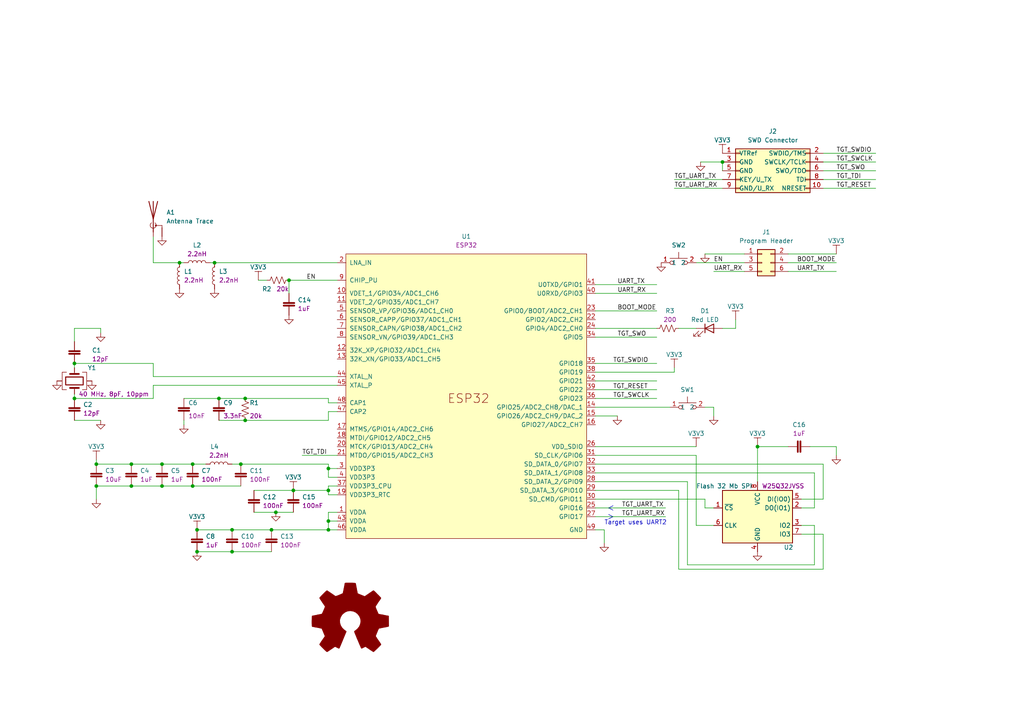
<source format=kicad_sch>
(kicad_sch (version 20211123) (generator eeschema)
  (paper "A4")
  (title_block (date "2022-08-26"))
  (lib_symbols
    (symbol "Cap 12pF 0402_1" (pin_numbers hide) (pin_names (offset 0.254))
      (property "Reference" "C" (at 2.54 3.81 90))
      (property "Val" "12pF" (at 2.54 -5.08 90))
      (symbol "Cap 12pF 0402_1_1_1"
        (pin passive line (at 0 3.81 270) (length 2.794) (name "~") (number "1"))
        (pin passive line (at 0 -2.54 90) (length 2.54) (name "~") (number "2"))
      )
    )
    (symbol "Farpatch-Lite:Antenna Trace" (pin_numbers hide) (pin_names (offset 1.016) hide) (in_bom no)
      (property "Reference" "A" (at -1.905 4.445 0))
      (property "Value" "Antenna Trace" (at -1.905 2.54 0))
      (symbol "Antenna Trace_1_1"
        (pin input line (at 0 -5.08 90) (length 2.54) (name "A") (number "1"))
        (pin input line (at 2.54 -5.08 90) (length 2.54) (name "Shield") (number "2"))
      )
    )
    (symbol "Farpatch-Lite:Cap 100nF 0402" (pin_numbers hide) (pin_names (offset 0.254))
      (property "Reference" "C" (at 2.54 3.81 90))
      (property "Val" "100nF" (at 2.54 -5.08 90))
      (symbol "Cap 100nF 0402_1_1"
        (pin passive line (at 0 3.81 270) (length 2.794) (name "~") (number "1"))
        (pin passive line (at 0 -2.54 90) (length 2.54) (name "~") (number "2"))
      )
    )
    (symbol "Farpatch-Lite:Cap 10nF 0402" (pin_numbers hide) (pin_names (offset 0.254))
      (property "Reference" "C" (at 2.54 3.81 90))
      (property "Val" "10nF" (at 2.54 -5.08 90))
      (symbol "Cap 10nF 0402_1_1"
        (pin passive line (at 0 3.81 270) (length 2.794) (name "~") (number "1"))
        (pin passive line (at 0 -2.54 90) (length 2.54) (name "~") (number "2"))
      )
    )
    (symbol "Farpatch-Lite:Cap 10uF 0402" (pin_numbers hide) (pin_names (offset 0.254))
      (property "Reference" "C" (at 2.54 3.81 90))
      (property "Val" "10uF" (at 2.54 -5.08 90))
      (symbol "Cap 10uF 0402_1_1"
        (pin passive line (at 0 3.81 270) (length 2.794) (name "~") (number "1"))
        (pin passive line (at 0 -2.54 90) (length 2.54) (name "~") (number "2"))
      )
    )
    (symbol "Farpatch-Lite:Cap 12pF 0402" (pin_numbers hide) (pin_names (offset 0.254))
      (property "Reference" "C" (at 2.54 3.81 90))
      (property "Val" "12pF" (at 2.54 -5.08 90))
      (symbol "Cap 12pF 0402_1_1"
        (pin passive line (at 0 3.81 270) (length 2.794) (name "~") (number "1"))
        (pin passive line (at 0 -2.54 90) (length 2.54) (name "~") (number "2"))
      )
    )
    (symbol "Farpatch-Lite:Cap 1uF 0402" (pin_numbers hide) (pin_names (offset 0.254))
      (property "Reference" "C" (at 2.54 3.81 90))
      (property "Val" "1uF" (at 2.54 -5.08 90))
      (symbol "Cap 1uF 0402_1_1"
        (pin passive line (at 0 3.81 270) (length 2.794) (name "~") (number "1"))
        (pin passive line (at 0 -2.54 90) (length 2.54) (name "~") (number "2"))
      )
    )
    (symbol "Farpatch-Lite:Cap 3.3nF 0402" (pin_numbers hide) (pin_names (offset 0.254))
      (property "Reference" "C" (at 2.54 3.81 90))
      (property "Val" "3.3nF" (at 2.54 -5.08 90))
      (symbol "Cap 3.3nF 0402_1_1"
        (pin passive line (at 0 3.81 270) (length 2.794) (name "~") (number "1"))
        (pin passive line (at 0 -2.54 90) (length 2.54) (name "~") (number "2"))
      )
    )
    (symbol "Farpatch-Lite:Crystal 40MHz" (pin_numbers hide) (pin_names (offset 1.016) hide)
      (property "Reference" "Y" (at 3.175 5.08 0))
      (property "Val" "40 MHz, 8pF, 10ppm" (at 12.7 -5.08 0))
      (symbol "Crystal 40MHz_1_1"
        (pin passive line (at -3.81 0 0) (length 1.27) (name "1") (number "1"))
        (pin passive line (at 0 5.08 270) (length 1.27) (name "2") (number "2"))
        (pin passive line (at 3.81 0 180) (length 1.27) (name "3") (number "3"))
        (pin passive line (at 0 -5.08 90) (length 1.27) (name "4") (number "4"))
      )
    )
    (symbol "Farpatch-Lite:Flash 32 Mb SPI"
      (property "Reference" "U" (at -8.89 8.89 0))
      (property "Value" "Flash 32 Mb SPI" (at 7.62 8.89 0))
      (property "Val" "W25Q32JVSS" (at 0 0 0))
      (symbol "Flash 32 Mb SPI_1_1"
        (pin input line (at -12.7 2.54 0) (length 2.54) (name "~{CS}") (number "1"))
        (pin bidirectional line (at 12.7 2.54 180) (length 2.54) (name "DO(IO1)") (number "2"))
        (pin bidirectional line (at 12.7 -2.54 180) (length 2.54) (name "IO2") (number "3"))
        (pin power_in line (at 0 -10.16 90) (length 2.54) (name "GND") (number "4"))
        (pin bidirectional line (at 12.7 5.08 180) (length 2.54) (name "DI(IO0)") (number "5"))
        (pin input line (at -12.7 -2.54 0) (length 2.54) (name "CLK") (number "6"))
        (pin bidirectional line (at 12.7 -5.08 180) (length 2.54) (name "IO3") (number "7"))
        (pin power_in line (at 0 10.16 270) (length 2.54) (name "VCC") (number "8"))
      )
    )
    (symbol "Farpatch-Lite:Ind 2.2nH 0402" (pin_numbers hide) (pin_names (offset 1.016) hide)
      (property "Reference" "L" (at -1.27 0 90))
      (property "Val" "2.2nH" (at 2.54 0 90))
      (symbol "Ind 2.2nH 0402_1_1"
        (pin passive line (at 0 3.81 270) (length 1.27) (name "1") (number "1"))
        (pin passive line (at 0 -3.81 90) (length 1.27) (name "2") (number "2"))
      )
    )
    (symbol "Farpatch-Lite:Program Header" (pin_names (offset 1.016) hide) (in_bom no)
      (property "Reference" "J" (at 1.27 5.08 0))
      (property "Value" "Program Header" (at 1.27 -5.08 0))
      (symbol "Program Header_1_1"
        (pin passive line (at -5.08 2.54 0) (length 3.81) (name "Pin_1") (number "1"))
        (pin passive line (at 7.62 2.54 180) (length 3.81) (name "Pin_2") (number "2"))
        (pin passive line (at -5.08 0 0) (length 3.81) (name "Pin_3") (number "3"))
        (pin passive line (at 7.62 0 180) (length 3.81) (name "Pin_4") (number "4"))
        (pin passive line (at -5.08 -2.54 0) (length 3.81) (name "Pin_5") (number "5"))
        (pin passive line (at 7.62 -2.54 180) (length 3.81) (name "Pin_6") (number "6"))
      )
    )
    (symbol "Farpatch-Lite:Pushbutton 2.1x1.6mm"
      (property "Reference" "SW" (at 3.81 3.81 0))
      (symbol "Pushbutton 2.1x1.6mm_0_1"
        (pin passive line (at -5.08 0 0) (length 2.54) (name "1") (number "1"))
        (pin passive line (at 5.08 0 180) (length 2.54) (name "2") (number "2"))
      )
    )
    (symbol "Farpatch-Lite:Red LED" (pin_numbers hide) (pin_names (offset 1.016) hide)
      (property "Reference" "D" (at 0 2.54 0))
      (property "Value" "Red LED" (at 0 -2.54 0))
      (symbol "Red LED_1_1"
        (pin passive line (at -3.81 0 0) (length 2.54) (name "K") (number "1"))
        (pin passive line (at 3.81 0 180) (length 2.54) (name "A") (number "2"))
      )
    )
    (symbol "Farpatch-Lite:Res 200 0402" (pin_numbers hide) (pin_names (offset 0))
      (property "Reference" "R" (at 2.032 0 90))
      (property "Val" "200" (at -2.54 0 90))
      (symbol "Res 200 0402_1_1"
        (pin passive line (at 0 3.81 270) (length 0.85) (name "~") (number "1"))
        (pin passive line (at 0 -2.54 90) (length 0.85) (name "~") (number "2"))
      )
    )
    (symbol "Farpatch-Lite:Res 20k 0402" (pin_numbers hide) (pin_names (offset 0))
      (property "Reference" "R" (at 2.032 0 90))
      (property "Val" "20k" (at -2.54 0 90))
      (symbol "Res 20k 0402_1_1"
        (pin passive line (at 0 2.54 270) (length 0.85) (name "~") (number "1"))
        (pin passive line (at 0 -3.81 90) (length 0.85) (name "~") (number "2"))
      )
    )
    (symbol "Farpatch-Lite:SWD Connector" (pin_names (offset 1.016))
      (property "Reference" "J" (at -8.89 7.62 0))
      (property "Value" "SWD Connector" (at -2.54 -7.62 0))
      (symbol "SWD Connector_1_1"
        (pin power_in line (at -13.97 5.08 0) (length 3.81) (name "VTRef") (number "1"))
        (pin output line (at 15.24 -5.08 180) (length 3.81) (name "NRESET") (number "10"))
        (pin bidirectional line (at 15.24 5.08 180) (length 3.81) (name "SWDIO/TMS") (number "2"))
        (pin power_in line (at -13.97 2.54 0) (length 3.81) (name "GND") (number "3"))
        (pin output line (at 15.24 2.54 180) (length 3.81) (name "SWCLK/TCLK") (number "4"))
        (pin power_in line (at -13.97 0 0) (length 3.81) (name "GND") (number "5"))
        (pin input line (at 15.24 0 180) (length 3.81) (name "SWO/TDO") (number "6"))
        (pin output line (at -13.97 -2.54 0) (length 3.81) (name "KEY/U_TX") (number "7"))
        (pin output line (at 15.24 -2.54 180) (length 3.81) (name "TDI") (number "8"))
        (pin input line (at -13.97 -5.08 0) (length 3.81) (name "GND/U_RX") (number "9"))
      )
    )
    (symbol "Farpatch-Lite:V3V3" (power) (pin_names (offset 0))
      (property "Value" "V3V3" (at 0 3.556 0))
      (symbol "V3V3_1_1"
        (pin power_in line (at 0 0 90) (length 0) hide (name "V3V3") (number "1"))
      )
    )
    (symbol "Farpatch-Lite:‎ESP32-D0WD-V3‎" (pin_names (offset 1.016))
      (property "Reference" "U" (at 0 43.18 0))
      (property "Val" "ESP32" (at 0 0 0))
      (symbol "‎ESP32-D0WD-V3‎_0_0"
        (text "ESP32" (at 1.27 0 0) (effects (font (size 2.54 2.54))))
      )
      (symbol "‎ESP32-D0WD-V3‎_1_1"
        (pin power_in line (at -36.83 -33.02 0) (length 2.54) (name "VDDA") (number "1"))
        (pin input line (at -36.83 30.48 0) (length 2.54) (name "VDET_1/GPIO34/ADC1_CH6") (number "10"))
        (pin input line (at -36.83 27.94 0) (length 2.54) (name "VDET_2/GPIO35/ADC1_CH7") (number "11"))
        (pin bidirectional line (at -36.83 13.97 0) (length 2.54) (name "32K_XP/GPIO32/ADC1_CH4") (number "12"))
        (pin bidirectional line (at -36.83 11.43 0) (length 2.54) (name "32K_XN/GPIO33/ADC1_CH5") (number "13"))
        (pin bidirectional line (at 38.1 -2.54 180) (length 2.54) (name "GPIO25/ADC2_CH8/DAC_1") (number "14"))
        (pin bidirectional line (at 38.1 -5.08 180) (length 2.54) (name "GPIO26/ADC2_CH9/DAC_2") (number "15"))
        (pin bidirectional line (at 38.1 -7.62 180) (length 2.54) (name "GPIO27/ADC2_CH7") (number "16"))
        (pin bidirectional line (at -36.83 -8.89 0) (length 2.54) (name "MTMS/GPIO14/ADC2_CH6") (number "17"))
        (pin bidirectional line (at -36.83 -11.43 0) (length 2.54) (name "MTDI/GPIO12/ADC2_CH5") (number "18"))
        (pin power_in line (at -36.83 -27.94 0) (length 2.54) (name "VDD3P3_RTC") (number "19"))
        (pin bidirectional line (at -36.83 39.37 0) (length 2.54) (name "LNA_IN") (number "2"))
        (pin bidirectional line (at -36.83 -13.97 0) (length 2.54) (name "MTCK/GPIO13/ADC2_CH4") (number "20"))
        (pin bidirectional line (at -36.83 -16.51 0) (length 2.54) (name "MTDO/GPIO15/ADC2_CH3") (number "21"))
        (pin bidirectional line (at 38.1 22.86 180) (length 2.54) (name "GPIO2/ADC2_CH2") (number "22"))
        (pin bidirectional line (at 38.1 25.4 180) (length 2.54) (name "GPIO0/BOOT/ADC2_CH1") (number "23"))
        (pin bidirectional line (at 38.1 20.32 180) (length 2.54) (name "GPIO4/ADC2_CH0") (number "24"))
        (pin bidirectional line (at 38.1 -31.75 180) (length 2.54) (name "GPIO16") (number "25"))
        (pin power_out line (at 38.1 -13.97 180) (length 2.54) (name "VDD_SDIO") (number "26"))
        (pin bidirectional line (at 38.1 -34.29 180) (length 2.54) (name "GPIO17") (number "27"))
        (pin bidirectional line (at 38.1 -24.13 180) (length 2.54) (name "SD_DATA_2/GPIO9") (number "28"))
        (pin bidirectional line (at 38.1 -26.67 180) (length 2.54) (name "SD_DATA_3/GPIO10") (number "29"))
        (pin power_in line (at -36.83 -20.32 0) (length 2.54) (name "VDD3P3") (number "3"))
        (pin bidirectional line (at 38.1 -29.21 180) (length 2.54) (name "SD_CMD/GPIO11") (number "30"))
        (pin bidirectional line (at 38.1 -16.51 180) (length 2.54) (name "SD_CLK/GPIO6") (number "31"))
        (pin bidirectional line (at 38.1 -19.05 180) (length 2.54) (name "SD_DATA_0/GPIO7") (number "32"))
        (pin bidirectional line (at 38.1 -21.59 180) (length 2.54) (name "SD_DATA_1/GPIO8") (number "33"))
        (pin bidirectional line (at 38.1 17.78 180) (length 2.54) (name "GPIO5") (number "34"))
        (pin bidirectional line (at 38.1 10.16 180) (length 2.54) (name "GPIO18") (number "35"))
        (pin bidirectional line (at 38.1 0 180) (length 2.54) (name "GPIO23") (number "36"))
        (pin power_in line (at -36.83 -25.4 0) (length 2.54) (name "VDD3P3_CPU") (number "37"))
        (pin bidirectional line (at 38.1 7.62 180) (length 2.54) (name "GPIO19") (number "38"))
        (pin bidirectional line (at 38.1 2.54 180) (length 2.54) (name "GPIO22") (number "39"))
        (pin power_in line (at -36.83 -22.86 0) (length 2.54) (name "VDD3P3") (number "4"))
        (pin bidirectional line (at 38.1 30.48 180) (length 2.54) (name "U0RXD/GPIO3") (number "40"))
        (pin bidirectional line (at 38.1 33.02 180) (length 2.54) (name "U0TXD/GPIO1") (number "41"))
        (pin bidirectional line (at 38.1 5.08 180) (length 2.54) (name "GPIO21") (number "42"))
        (pin power_in line (at -36.83 -35.56 0) (length 2.54) (name "VDDA") (number "43"))
        (pin output line (at -36.83 6.35 0) (length 2.54) (name "XTAL_N") (number "44"))
        (pin input line (at -36.83 3.81 0) (length 2.54) (name "XTAL_P") (number "45"))
        (pin power_in line (at -36.83 -38.1 0) (length 2.54) (name "VDDA") (number "46"))
        (pin input line (at -36.83 -3.81 0) (length 2.54) (name "CAP2") (number "47"))
        (pin input line (at -36.83 -1.27 0) (length 2.54) (name "CAP1") (number "48"))
        (pin power_in line (at 38.1 -38.1 180) (length 2.54) (name "GND") (number "49"))
        (pin input line (at -36.83 25.4 0) (length 2.54) (name "SENSOR_VP/GPIO36/ADC1_CH0") (number "5"))
        (pin input line (at -36.83 22.86 0) (length 2.54) (name "SENSOR_CAPP/GPIO37/ADC1_CH1") (number "6"))
        (pin input line (at -36.83 20.32 0) (length 2.54) (name "SENSOR_CAPN/GPIO38/ADC1_CH2") (number "7"))
        (pin input line (at -36.83 17.78 0) (length 2.54) (name "SENSOR_VN/GPIO39/ADC1_CH3") (number "8"))
        (pin input line (at -36.83 34.29 0) (length 2.54) (name "CHIP_PU") (number "9"))
      )
    )
    (symbol "Graphic:Logo_Open_Hardware_Large" (pin_names (offset 1.016)))
    (symbol "Res 20k 0402_1" (pin_numbers hide) (pin_names (offset 0))
      (property "Reference" "R" (at 2.032 0 90))
      (property "Val" "20k" (at -2.54 0 90))
      (symbol "Res 20k 0402_1_1_1"
        (pin passive line (at 0 2.54 270) (length 0.85) (name "~") (number "1"))
        (pin passive line (at 0 -3.81 90) (length 0.85) (name "~") (number "2"))
      )
    )
    (symbol "power:GND" (power) (pin_names (offset 0))
      (property "Value" "GND" (at 0 -3.81 0))
      (symbol "GND_1_1"
        (pin power_in line (at 0 0 270) (length 0) hide (name "GND") (number "1"))
      )
    )
  )
  (junction (at 95.25 135.89))
  (junction (at 62.23 76.2))
  (junction (at 55.88 140.97))
  (junction (at 95.25 142.24))
  (junction (at 38.1 140.97))
  (junction (at 63.5 115.57))
  (junction (at 57.15 160.02))
  (junction (at 21.59 105.41))
  (junction (at 71.12 115.57))
  (junction (at 219.71 129.54))
  (junction (at 95.25 151.13))
  (junction (at 67.31 153.67))
  (junction (at 57.15 153.67))
  (junction (at 52.07 76.2))
  (junction (at 55.88 134.62))
  (junction (at 78.74 153.67))
  (junction (at 80.01 148.59))
  (junction (at 46.99 140.97))
  (junction (at 83.82 81.28))
  (junction (at 69.85 134.62))
  (junction (at 95.25 153.67))
  (junction (at 27.94 140.97))
  (junction (at 209.55 46.99))
  (junction (at 46.99 134.62))
  (junction (at 21.59 115.57))
  (junction (at 38.1 134.62))
  (junction (at 85.09 142.24))
  (junction (at 67.31 160.02))
  (junction (at 27.94 134.62))
  (junction (at 71.12 121.92))
  (wire (pts (xy 80.01 148.59) (xy 85.09 148.59)))
  (wire (pts (xy 73.66 148.59) (xy 80.01 148.59)))
  (wire (pts (xy 97.79 109.22) (xy 44.45 109.22)))
  (wire (pts (xy 44.45 109.22) (xy 44.45 105.41)))
  (wire (pts (xy 21.59 105.41) (xy 21.59 106.68)))
  (wire (pts (xy 172.72 107.95) (xy 195.58 107.95)))
  (wire (pts (xy 83.82 81.28) (xy 83.82 85.09)))
  (wire (pts (xy 201.93 76.2) (xy 215.9 76.2)))
  (wire (pts (xy 232.41 154.94) (xy 238.76 154.94)))
  (wire (pts (xy 172.72 132.08) (xy 201.93 132.08)))
  (wire (pts (xy 201.93 152.4) (xy 201.93 132.08)))
  (wire (pts (xy 207.01 152.4) (xy 201.93 152.4)))
  (wire (pts (xy 172.72 149.86) (xy 193.04 149.86)))
  (wire (pts (xy 172.72 139.7) (xy 199.39 139.7)))
  (wire (pts (xy 95.25 143.51) (xy 97.79 143.51)))
  (wire (pts (xy 46.99 134.62) (xy 55.88 134.62)))
  (wire (pts (xy 55.88 134.62) (xy 59.69 134.62)))
  (wire (pts (xy 27.94 134.62) (xy 38.1 134.62)))
  (wire (pts (xy 27.94 133.35) (xy 27.94 134.62)))
  (wire (pts (xy 172.72 97.79) (xy 190.5 97.79)))
  (polyline (pts (xy 177.8 149.86) (xy 176.53 149.225)) (stroke (width 0) (type solid)))
  (wire (pts (xy 172.72 82.55) (xy 190.5 82.55)))
  (wire (pts (xy 172.72 144.78) (xy 204.47 144.78)))
  (wire (pts (xy 95.25 115.57) (xy 95.25 116.84)))
  (wire (pts (xy 172.72 110.49) (xy 190.5 110.49)))
  (wire (pts (xy 195.58 52.07) (xy 209.55 52.07)))
  (wire (pts (xy 57.15 153.67) (xy 67.31 153.67)))
  (wire (pts (xy 78.74 153.67) (xy 95.25 153.67)))
  (wire (pts (xy 95.25 148.59) (xy 97.79 148.59)))
  (wire (pts (xy 67.31 153.67) (xy 78.74 153.67)))
  (wire (pts (xy 87.63 132.08) (xy 97.79 132.08)))
  (wire (pts (xy 204.47 73.66) (xy 215.9 73.66)))
  (wire (pts (xy 172.72 113.03) (xy 190.5 113.03)))
  (wire (pts (xy 62.23 76.2) (xy 97.79 76.2)))
  (wire (pts (xy 60.96 76.2) (xy 62.23 76.2)))
  (wire (pts (xy 172.72 115.57) (xy 190.5 115.57)))
  (wire (pts (xy 57.15 160.02) (xy 67.31 160.02)))
  (wire (pts (xy 67.31 160.02) (xy 78.74 160.02)))
  (wire (pts (xy 196.85 95.25) (xy 201.93 95.25)))
  (wire (pts (xy 71.12 121.92) (xy 63.5 121.92)))
  (wire (pts (xy 95.25 121.92) (xy 71.12 121.92)))
  (wire (pts (xy 95.25 119.38) (xy 95.25 121.92)))
  (wire (pts (xy 74.93 81.28) (xy 77.47 81.28)))
  (wire (pts (xy 207.01 78.74) (xy 215.9 78.74)))
  (wire (pts (xy 172.72 142.24) (xy 196.85 142.24)))
  (wire (pts (xy 199.39 163.83) (xy 199.39 139.7)))
  (wire (pts (xy 236.22 152.4) (xy 236.22 163.83)))
  (wire (pts (xy 236.22 163.83) (xy 199.39 163.83)))
  (wire (pts (xy 242.57 129.54) (xy 234.95 129.54)))
  (wire (pts (xy 172.72 90.17) (xy 190.5 90.17)))
  (wire (pts (xy 44.45 68.58) (xy 44.45 76.2)))
  (wire (pts (xy 52.07 76.2) (xy 44.45 76.2)))
  (wire (pts (xy 53.34 76.2) (xy 52.07 76.2)))
  (wire (pts (xy 95.25 140.97) (xy 97.79 140.97)))
  (wire (pts (xy 95.25 142.24) (xy 95.25 140.97)))
  (wire (pts (xy 172.72 137.16) (xy 236.22 137.16)))
  (wire (pts (xy 236.22 137.16) (xy 236.22 147.32)))
  (wire (pts (xy 219.71 129.54) (xy 228.6 129.54)))
  (wire (pts (xy 95.25 151.13) (xy 95.25 148.59)))
  (wire (pts (xy 95.25 153.67) (xy 95.25 151.13)))
  (wire (pts (xy 172.72 147.32) (xy 193.04 147.32)))
  (wire (pts (xy 196.85 142.24) (xy 196.85 165.1)))
  (wire (pts (xy 238.76 165.1) (xy 238.76 154.94)))
  (wire (pts (xy 196.85 165.1) (xy 238.76 165.1)))
  (wire (pts (xy 95.25 116.84) (xy 97.79 116.84)))
  (polyline (pts (xy 176.53 150.495) (xy 177.8 149.86)) (stroke (width 0) (type solid)))
  (wire (pts (xy 172.72 118.11) (xy 194.31 118.11)))
  (wire (pts (xy 228.6 76.2) (xy 242.57 76.2)))
  (wire (pts (xy 238.76 49.53) (xy 254 49.53)))
  (wire (pts (xy 232.41 152.4) (xy 236.22 152.4)))
  (wire (pts (xy 29.21 95.25) (xy 29.21 96.52)))
  (wire (pts (xy 21.59 95.25) (xy 29.21 95.25)))
  (wire (pts (xy 21.59 99.06) (xy 21.59 95.25)))
  (wire (pts (xy 242.57 129.54) (xy 242.57 132.08)))
  (wire (pts (xy 238.76 46.99) (xy 254 46.99)))
  (polyline (pts (xy 177.8 146.685) (xy 176.53 147.32)) (stroke (width 0) (type solid)))
  (wire (pts (xy 27.94 140.97) (xy 27.94 144.78)))
  (wire (pts (xy 238.76 44.45) (xy 254 44.45)))
  (wire (pts (xy 71.12 115.57) (xy 95.25 115.57)))
  (wire (pts (xy 95.25 134.62) (xy 95.25 135.89)))
  (wire (pts (xy 95.25 135.89) (xy 97.79 135.89)))
  (wire (pts (xy 69.85 134.62) (xy 95.25 134.62)))
  (wire (pts (xy 172.72 120.65) (xy 179.07 120.65)))
  (wire (pts (xy 232.41 144.78) (xy 238.76 144.78)))
  (wire (pts (xy 69.85 134.62) (xy 67.31 134.62)))
  (wire (pts (xy 204.47 147.32) (xy 207.01 147.32)))
  (wire (pts (xy 95.25 119.38) (xy 97.79 119.38)))
  (wire (pts (xy 95.25 138.43) (xy 97.79 138.43)))
  (wire (pts (xy 95.25 135.89) (xy 95.25 138.43)))
  (wire (pts (xy 238.76 54.61) (xy 254 54.61)))
  (wire (pts (xy 83.82 81.28) (xy 97.79 81.28)))
  (wire (pts (xy 21.59 115.57) (xy 44.45 115.57)))
  (wire (pts (xy 21.59 105.41) (xy 44.45 105.41)))
  (wire (pts (xy 204.47 144.78) (xy 204.47 147.32)))
  (wire (pts (xy 95.25 153.67) (xy 97.79 153.67)))
  (polyline (pts (xy 176.53 147.32) (xy 177.8 147.955)) (stroke (width 0) (type solid)))
  (wire (pts (xy 95.25 151.13) (xy 97.79 151.13)))
  (wire (pts (xy 203.2 46.99) (xy 209.55 46.99)))
  (wire (pts (xy 195.58 54.61) (xy 209.55 54.61)))
  (wire (pts (xy 195.58 106.68) (xy 195.58 107.95)))
  (wire (pts (xy 236.22 147.32) (xy 232.41 147.32)))
  (wire (pts (xy 63.5 115.57) (xy 71.12 115.57)))
  (wire (pts (xy 63.5 115.57) (xy 53.34 115.57)))
  (wire (pts (xy 238.76 52.07) (xy 254 52.07)))
  (wire (pts (xy 172.72 129.54) (xy 201.93 129.54)))
  (wire (pts (xy 172.72 95.25) (xy 190.5 95.25)))
  (wire (pts (xy 228.6 73.66) (xy 242.57 73.66)))
  (wire (pts (xy 209.55 95.25) (xy 213.36 95.25)))
  (wire (pts (xy 213.36 95.25) (xy 213.36 92.71)))
  (wire (pts (xy 53.34 123.19) (xy 53.34 121.92)))
  (wire (pts (xy 228.6 78.74) (xy 242.57 78.74)))
  (wire (pts (xy 46.99 140.97) (xy 55.88 140.97)))
  (wire (pts (xy 55.88 140.97) (xy 69.85 140.97)))
  (wire (pts (xy 38.1 140.97) (xy 46.99 140.97)))
  (wire (pts (xy 27.94 140.97) (xy 38.1 140.97)))
  (wire (pts (xy 207.01 118.11) (xy 207.01 120.65)))
  (wire (pts (xy 204.47 118.11) (xy 207.01 118.11)))
  (wire (pts (xy 175.26 153.67) (xy 175.26 157.48)))
  (wire (pts (xy 172.72 153.67) (xy 175.26 153.67)))
  (wire (pts (xy 172.72 85.09) (xy 190.5 85.09)))
  (wire (pts (xy 95.25 142.24) (xy 95.25 143.51)))
  (wire (pts (xy 209.55 46.99) (xy 209.55 49.53)))
  (wire (pts (xy 38.1 134.62) (xy 46.99 134.62)))
  (wire (pts (xy 219.71 129.54) (xy 219.71 139.7)))
  (wire (pts (xy 172.72 134.62) (xy 238.76 134.62)))
  (wire (pts (xy 238.76 134.62) (xy 238.76 144.78)))
  (wire (pts (xy 172.72 105.41) (xy 190.5 105.41)))
  (wire (pts (xy 97.79 111.76) (xy 44.45 111.76)))
  (wire (pts (xy 21.59 115.57) (xy 21.59 114.3)))
  (wire (pts (xy 44.45 111.76) (xy 44.45 115.57)))
  (wire (pts (xy 85.09 142.24) (xy 95.25 142.24)))
  (wire (pts (xy 73.66 142.24) (xy 85.09 142.24)))
  (wire (pts (xy 21.59 121.92) (xy 29.21 121.92)))
  (text "Target uses UART2" (at 175.26 152.4 0) (effects (font (size 1.27 1.27)) (justify left bottom)))
  (label "TGT_RESET" (at 242.57 54.61 0))
  (label "UART_RX" (at 207.01 78.74 0))
  (label "TGT_SWO" (at 242.57 49.53 0))
  (label "TGT_UART_TX" (at 180.34 147.32 0))
  (label "TGT_SWDIO" (at 177.8 105.41 0))
  (label "TGT_SWCLK" (at 177.8 115.57 0))
  (label "TGT_SWCLK" (at 242.57 46.99 0))
  (label "TGT_TDI" (at 87.63 132.08 0))
  (label "TGT_RESET" (at 177.8 113.03 0))
  (label "UART_RX" (at 179.07 85.09 0))
  (label "TGT_UART_RX" (at 180.34 149.86 0))
  (label "UART_TX" (at 179.07 82.55 0))
  (label "TGT_TDI" (at 242.57 52.07 0))
  (label "TGT_UART_RX" (at 195.58 54.61 0))
  (label "EN" (at 88.9 81.28 0))
  (label "BOOT_MODE" (at 179.07 90.17 0))
  (label "TGT_UART_TX" (at 195.58 52.07 0))
  (label "TGT_SWO" (at 179.07 97.79 0))
  (label "BOOT_MODE" (at 231.14 76.2 0))
  (label "EN" (at 207.01 76.2 0))
  (label "UART_TX" (at 231.14 78.74 0))
  (label "TGT_SWDIO" (at 242.57 44.45 0))
  (symbol (lib_id "power:GND") (at 179.07 120.65 0) (unit 1)
    (property "Reference" "#PWR0104" (effects hide))
    (property "Value" "GND" (effects hide))
  )
  (symbol (lib_id "Farpatch-Lite:Crystal 40MHz") (at 21.59 110.49 90) (unit 1)
    (property "Reference" "Y1" (at 26.67 106.68 90))
    (property "Value" "Crystal 40MHz" (effects hide))
    (property "Footprint" "Crystal:Crystal_SMD_2016-4Pin_2.0x1.6mm" (effects hide))
    (property "MFG" "Murata Electronics" (effects hide))
    (property "MFG PN" "XRCGB40M000F1S1BR0" (effects hide))
    (property "Val" "40 MHz, 8pF, 10ppm" (at 33.02 114.3 90))
  )
  (symbol (lib_id "Farpatch-Lite:V3V3") (at 213.36 92.71 0) (unit 1)
    (property "Reference" "#PWR016" (effects hide))
    (property "Value" "V3V3" (at 213.36 88.9 0))
  )
  (symbol (lib_id "Farpatch-Lite:V3V3") (at 27.94 133.35 0) (unit 1)
    (property "Reference" "#PWR03" (effects hide))
    (property "Value" "V3V3" (at 27.94 129.54 0))
  )
  (symbol (lib_id "power:GND") (at 191.77 76.2 0) (unit 1)
    (property "Reference" "#PWR0106" (effects hide))
    (property "Value" "GND" (effects hide))
  )
  (symbol (lib_id "power:GND") (at 80.01 148.59 0) (unit 1)
    (property "Reference" "#PWR012" (effects hide))
    (property "Value" "GND" (effects hide))
  )
  (symbol (lib_id "power:GND") (at 29.21 96.52 0) (unit 1)
    (property "Reference" "#PWR02" (effects hide))
    (property "Value" "GND" (effects hide))
  )
  (symbol (lib_id "Farpatch-Lite:Ind 2.2nH 0402") (at 63.5 134.62 90) (unit 1)
    (property "Reference" "L4" (at 62.23 129.54 90))
    (property "Value" "Ind 2.2nH 0402" (effects hide))
    (property "Footprint" "Inductor_SMD:L_0402_1005Metric" (effects hide))
    (property "MFG" "Chilisin Electronics" (effects hide))
    (property "MFG PN" "‎BSCH001005052N2SCP‎" (effects hide))
    (property "Val" "2.2nH" (at 63.5 132.08 90))
  )
  (symbol (lib_id "power:GND") (at 46.99 68.58 0) (unit 1)
    (property "Reference" "#PWR05" (effects hide))
    (property "Value" "GND" (effects hide))
  )
  (symbol (lib_id "Farpatch-Lite:Res 20k 0402") (at 80.01 81.28 90) (unit 1)
    (property "Reference" "R2" (at 78.74 83.82 90) (effects (justify left)))
    (property "Value" "Res 20k 0402" (effects hide))
    (property "Footprint" "Resistor_SMD:R_0402_1005Metric" (effects hide))
    (property "MFG" "Bourns Inc. " (effects hide))
    (property "MFG PN" "‎CR0402-FX-2002GLF‎" (effects hide))
    (property "Val" "20k" (at 83.82 83.82 90) (effects (justify left)))
  )
  (symbol (lib_id "Farpatch-Lite:Cap 3.3nF 0402") (at 63.5 118.11 180) (unit 1)
    (property "Reference" "C9" (at 64.77 116.84 0) (effects (justify right)))
    (property "Value" "Cap 3.3nF 0402" (effects hide))
    (property "Footprint" "Capacitor_SMD:C_0402_1005Metric" (effects hide))
    (property "MFG" "Würth Elektronik" (effects hide))
    (property "MFG PN" "‎885012205028‎" (effects hide))
    (property "Val" "3.3nF" (at 64.77 120.65 0) (effects (justify right)))
  )
  (symbol (lib_id "Farpatch-Lite:Flash 32 Mb SPI") (at 219.71 149.86 0) (unit 1)
    (property "Reference" "U2" (at 227.33 158.75 0) (effects (justify left)))
    (property "Value" "Flash 32 Mb SPI" (at 201.93 140.97 0) (effects (justify left)))
    (property "Footprint" "Farpatch-Lite:SOIC-8_5.23x5.23mm_P1.27mm" (effects hide))
    (property "Datasheet" "http://www.winbond.com/resource-files/w25q32jv%20revg%2003272018%20plus.pdf" (effects hide))
    (property "MFG" "Winbond Electronics" (effects hide))
    (property "MFG PN" "‎W25Q32JVSSIQ‎" (effects hide))
    (property "Val" "W25Q32JVSS" (at 220.98 140.97 0) (effects (justify left)))
  )
  (symbol (lib_id "Farpatch-Lite:V3V3") (at 85.09 142.24 0) (unit 1)
    (property "Reference" "#PWR014" (effects hide))
    (property "Value" "V3V3" (at 85.09 138.43 0))
  )
  (symbol (lib_id "Farpatch-Lite:Antenna Trace") (at 44.45 63.5 0) (unit 1) (in_bom no)
    (property "Reference" "A1" (at 48.26 61.5949 0) (effects (justify left)))
    (property "Value" "Antenna Trace" (at 48.26 64.1349 0) (effects (justify left)))
    (property "Footprint" "Farpatch-Lite:Texas_SWRA117D_2.4GHz_Left" (effects hide))
    (property "Datasheet" "http://www.ti.com/lit/an/swra117d/swra117d.pdf" (effects hide))
  )
  (symbol (lib_id "Graphic:Logo_Open_Hardware_Large") (at 101.6 180.34 0) (unit 1) (in_bom no)
    (property "Reference" "LOGO1" (effects hide))
    (property "Value" "Logo_Open_Hardware_Large" (effects hide))
    (property "Footprint" "Symbol:OSHW-Logo_5.7x6mm_SilkScreen" (effects hide))
  )
  (symbol (lib_id "power:GND") (at 204.47 73.66 0) (unit 1)
    (property "Reference" "#PWR022" (effects hide))
    (property "Value" "GND" (effects hide))
  )
  (symbol (lib_id "power:GND") (at 53.34 123.19 0) (unit 1)
    (property "Reference" "#PWR07" (effects hide))
    (property "Value" "GND" (effects hide))
  )
  (symbol (lib_id "Farpatch-Lite:V3V3") (at 57.15 153.67 0) (unit 1)
    (property "Reference" "#PWR08" (effects hide))
    (property "Value" "V3V3" (at 57.15 149.86 0))
  )
  (symbol (lib_id "Farpatch-Lite:Cap 100nF 0402") (at 73.66 146.05 0) (unit 1)
    (property "Reference" "C12" (at 76.2 144.1449 0) (effects (justify left)))
    (property "Value" "Cap 100nF 0402" (effects hide))
    (property "Footprint" "Capacitor_SMD:C_0402_1005Metric" (effects hide))
    (property "MFG" "Samsung Electro-Mechanics" (effects hide))
    (property "MFG PN" "‎CL05A104KA5NNNC‎" (effects hide))
    (property "Val" "100nF" (at 76.2 146.6849 0) (effects (justify left)))
  )
  (symbol (lib_id "Farpatch-Lite:Cap 100nF 0402") (at 69.85 138.43 0) (unit 1) (in_bom no)
    (property "Reference" "C11" (at 72.39 136.5249 0) (effects (justify left)))
    (property "Value" "Cap 100nF 0402" (effects hide))
    (property "Footprint" "Capacitor_SMD:C_0402_1005Metric" (effects hide))
    (property "MFG" "Samsung Electro-Mechanics" (effects hide))
    (property "MFG PN" "‎CL05A104KA5NNNC‎" (effects hide))
    (property "Val" "100nF" (at 72.39 139.0649 0) (effects (justify left)))
  )
  (symbol (lib_id "Farpatch-Lite:V3V3") (at 209.55 44.45 0) (unit 1)
    (property "Reference" "#PWR020" (effects hide))
    (property "Value" "V3V3" (at 209.55 40.64 0))
  )
  (symbol (lib_id "Farpatch-Lite:SWD Connector") (at 223.52 49.53 0) (unit 1)
    (property "Reference" "J2" (at 224.155 38.1 0))
    (property "Value" "SWD Connector" (at 224.155 40.64 0))
    (property "Footprint" "Farpatch-Lite:PinHeader_2x05_P1.27mm_Vertical_SMD" (effects hide))
    (property "Datasheet" "https://suddendocs.samtec.com/catalog_english/ftsh_smt.pdf" (effects hide))
    (property "MFG" "Samtec Inc." (effects hide))
    (property "MFG PN" "FTSH-105-01-F-DV-K" (effects hide))
  )
  (symbol (lib_id "power:GND") (at 207.01 120.65 0) (mirror y) (unit 1)
    (property "Reference" "#PWR0105" (effects hide))
    (property "Value" "GND" (effects hide))
  )
  (symbol (lib_id "power:GND") (at 175.26 157.48 0) (unit 1)
    (property "Reference" "#PWR015" (effects hide))
    (property "Value" "GND" (effects hide))
  )
  (symbol (lib_id "power:GND") (at 242.57 132.08 0) (unit 1)
    (property "Reference" "#PWR021" (effects hide))
    (property "Value" "GND" (effects hide))
  )
  (symbol (lib_id "Farpatch-Lite:Cap 100nF 0402") (at 85.09 146.05 0) (unit 1)
    (property "Reference" "C15" (at 87.63 144.1449 0) (effects (justify left)))
    (property "Value" "Cap 100nF 0402" (effects hide))
    (property "Footprint" "Capacitor_SMD:C_0402_1005Metric" (effects hide))
    (property "MFG" "Samsung Electro-Mechanics" (effects hide))
    (property "MFG PN" "‎CL05A104KA5NNNC‎" (effects hide))
    (property "Val" "100nF" (at 87.63 146.6849 0) (effects (justify left)))
  )
  (symbol (lib_id "Farpatch-Lite:V3V3") (at 219.71 129.54 0) (mirror y) (unit 1)
    (property "Reference" "#PWR0103" (effects hide))
    (property "Value" "V3V3" (at 219.71 125.73 0))
  )
  (symbol (lib_id "Farpatch-Lite:‎ESP32-D0WD-V3‎") (at 134.62 115.57 0) (unit 1)
    (property "Reference" "U1" (at 135.255 68.58 0))
    (property "Value" "‎ESP32-D0WD-V3‎" (effects hide))
    (property "Footprint" "Farpatch-Lite:QFN-48-1EP_5x5mm_P0.35mm_EP3.7x3.7mm_ThermalVias" (effects hide))
    (property "Datasheet" "https://www.espressif.com/sites/default/files/documentation/esp32_datasheet_en.pdf" (effects hide))
    (property "MFG" "Espressif Systems" (effects hide))
    (property "MFG PN" "‎ESP32-D0WD-V3‎" (effects hide))
    (property "Val" "ESP32" (at 135.255 71.12 0))
  )
  (symbol (lib_id "power:GND") (at 203.2 46.99 0) (unit 1)
    (property "Reference" "#PWR023" (effects hide))
    (property "Value" "GND" (effects hide))
  )
  (symbol (lib_id "power:GND") (at 26.67 110.49 0) (unit 1)
    (property "Reference" "#PWR?" (effects hide))
    (property "Value" "GND" (effects hide))
  )
  (symbol (lib_id "Farpatch-Lite:Cap 1uF 0402") (at 232.41 129.54 90) (unit 1)
    (property "Reference" "C16" (at 231.775 123.19 90))
    (property "Value" "Cap 1uF 0402" (effects hide))
    (property "Footprint" "Capacitor_SMD:C_0402_1005Metric" (effects hide))
    (property "MFG" "Samsung Electro-Mechanics" (effects hide))
    (property "MFG PN" "‎CL05A105MQ5NNNC‎" (effects hide))
    (property "Val" "1uF" (at 231.775 125.73 90))
  )
  (symbol (lib_id "power:GND") (at 27.94 144.78 0) (unit 1)
    (property "Reference" "#PWR04" (effects hide))
    (property "Value" "GND" (effects hide))
  )
  (symbol (lib_id "Farpatch-Lite:V3V3") (at 195.58 106.68 0) (mirror y) (unit 1)
    (property "Reference" "#PWR0101" (effects hide))
    (property "Value" "V3V3" (at 195.58 102.87 0))
  )
  (symbol (lib_id "Farpatch-Lite:Ind 2.2nH 0402") (at 52.07 80.01 180) (unit 1) (in_bom no)
    (property "Reference" "L1" (at 53.34 78.7399 0) (effects (justify right)))
    (property "Value" "Ind 2.2nH 0402" (effects hide))
    (property "Footprint" "Inductor_SMD:L_0402_1005Metric" (effects hide))
    (property "MFG" "Chilisin Electronics" (effects hide))
    (property "MFG PN" "‎BSCH001005052N2SCP‎" (effects hide))
    (property "Val" "2.2nH" (at 53.34 81.2799 0) (effects (justify right)))
  )
  (symbol (lib_id "Farpatch-Lite:Cap 100nF 0402") (at 67.31 157.48 0) (unit 1)
    (property "Reference" "C10" (at 69.85 155.5749 0) (effects (justify left)))
    (property "Value" "Cap 100nF 0402" (effects hide))
    (property "Footprint" "Capacitor_SMD:C_0402_1005Metric" (effects hide))
    (property "MFG" "Samsung Electro-Mechanics" (effects hide))
    (property "MFG PN" "‎CL05A104KA5NNNC‎" (effects hide))
    (property "Val" "100nF" (at 69.85 158.1149 0) (effects (justify left)))
  )
  (symbol (lib_id "Farpatch-Lite:Cap 1uF 0402") (at 38.1 138.43 0) (unit 1) (in_bom no)
    (property "Reference" "C4" (at 40.64 136.5249 0) (effects (justify left)))
    (property "Value" "Cap 1uF 0402" (effects hide))
    (property "Footprint" "Capacitor_SMD:C_0402_1005Metric" (effects hide))
    (property "MFG" "Samsung Electro-Mechanics" (effects hide))
    (property "MFG PN" "‎CL05A105MQ5NNNC‎" (effects hide))
    (property "Val" "1uF" (at 40.64 139.0649 0) (effects (justify left)))
  )
  (symbol (lib_name "Cap 12pF 0402_1") (lib_id "Farpatch-Lite:Cap 12pF 0402") (at 21.59 102.87 0) (unit 1)
    (property "Reference" "C1" (at 26.67 101.5999 0) (effects (justify left)))
    (property "Value" "Cap 12pF 0402" (effects hide))
    (property "Footprint" "Capacitor_SMD:C_0402_1005Metric" (effects hide))
    (property "MFG" "Yaego" (effects hide))
    (property "MFG PN" "‎CC0402JRNPO9BN120‎" (effects hide))
    (property "Val" "12pF" (at 26.67 104.1399 0) (effects (justify left)))
  )
  (symbol (lib_id "Farpatch-Lite:Cap 1uF 0402") (at 83.82 88.9 0) (unit 1)
    (property "Reference" "C14" (at 86.36 86.9949 0) (effects (justify left)))
    (property "Value" "Cap 1uF 0402" (effects hide))
    (property "Footprint" "Capacitor_SMD:C_0402_1005Metric" (effects hide))
    (property "MFG" "Samsung Electro-Mechanics" (effects hide))
    (property "MFG PN" "‎CL05A105MQ5NNNC‎" (effects hide))
    (property "Val" "1uF" (at 86.36 89.5349 0) (effects (justify left)))
  )
  (symbol (lib_id "Farpatch-Lite:Program Header") (at 220.98 76.2 0) (unit 1) (in_bom no)
    (property "Reference" "J1" (at 222.25 67.31 0))
    (property "Value" "Program Header" (at 222.25 69.85 0))
    (property "Footprint" "Farpatch-Lite:PinHeader_2x03_P2.54mm_Vertical" (effects hide))
  )
  (symbol (lib_id "power:GND") (at 219.71 160.02 0) (unit 1)
    (property "Reference" "#PWR019" (effects hide))
    (property "Value" "GND" (effects hide))
  )
  (symbol (lib_id "Farpatch-Lite:Cap 10nF 0402") (at 53.34 119.38 0) (unit 1)
    (property "Reference" "C6" (at 54.61 116.84 0) (effects (justify left)))
    (property "Value" "Cap 10nF 0402" (effects hide))
    (property "Footprint" "Capacitor_SMD:C_0402_1005Metric" (effects hide))
    (property "MFG" "Würth Elektronik" (effects hide))
    (property "MFG PN" "‎885012205031‎" (effects hide))
    (property "Val" "10nF" (at 54.61 120.65 0) (effects (justify left)))
  )
  (symbol (lib_name "Res 20k 0402_1") (lib_id "Farpatch-Lite:Res 20k 0402") (at 71.12 118.11 0) (unit 1)
    (property "Reference" "R1" (at 72.39 116.84 0) (effects (justify left)))
    (property "Value" "Res 20k 0402" (effects hide))
    (property "Footprint" "Resistor_SMD:R_0402_1005Metric" (effects hide))
    (property "MFG" "Bourns Inc. " (effects hide))
    (property "MFG PN" "‎CR0402-FX-2002GLF‎" (effects hide))
    (property "Val" "20k" (at 72.39 120.65 0) (effects (justify left)))
  )
  (symbol (lib_id "power:GND") (at 83.82 91.44 0) (unit 1)
    (property "Reference" "#PWR013" (effects hide))
    (property "Value" "GND" (effects hide))
  )
  (symbol (lib_id "power:GND") (at 62.23 83.82 0) (unit 1)
    (property "Reference" "#PWR010" (effects hide))
    (property "Value" "GND" (effects hide))
  )
  (symbol (lib_id "Farpatch-Lite:V3V3") (at 201.93 129.54 0) (mirror y) (unit 1)
    (property "Reference" "#PWR0102" (effects hide))
    (property "Value" "V3V3" (at 201.93 125.73 0))
  )
  (symbol (lib_id "Farpatch-Lite:Cap 100nF 0402") (at 55.88 138.43 0) (unit 1)
    (property "Reference" "C7" (at 58.42 136.5249 0) (effects (justify left)))
    (property "Value" "Cap 100nF 0402" (effects hide))
    (property "Footprint" "Capacitor_SMD:C_0402_1005Metric" (effects hide))
    (property "MFG" "Samsung Electro-Mechanics" (effects hide))
    (property "MFG PN" "‎CL05A104KA5NNNC‎" (effects hide))
    (property "Val" "100nF" (at 58.42 139.0649 0) (effects (justify left)))
  )
  (symbol (lib_id "Farpatch-Lite:Pushbutton 2.1x1.6mm") (at 196.85 76.2 0) (unit 1)
    (property "Reference" "SW2" (at 196.85 71.12 0))
    (property "Value" "Pushbutton 2.1x1.6mm" (effects hide))
    (property "Footprint" "Farpatch-Lite:Pushbutton-2.1x1.6mm" (effects hide))
    (property "Datasheet" "https://media.digikey.com/pdf/Data%20Sheets/Mitsumi%20Elect/STO-060A16AB_R66-7995.pdf" (effects hide))
    (property "MFG" "C&K" (effects hide))
    (property "MFG PN" "NANOT 240 AS" (effects hide))
  )
  (symbol (lib_id "power:GND") (at 29.21 121.92 0) (unit 1)
    (property "Reference" "#PWR01" (effects hide))
    (property "Value" "GND" (effects hide))
  )
  (symbol (lib_id "Farpatch-Lite:Cap 12pF 0402") (at 21.59 119.38 0) (unit 1)
    (property "Reference" "C2" (at 24.13 117.3479 0) (effects (justify left)))
    (property "Value" "Cap 12pF 0402" (effects hide))
    (property "Footprint" "Capacitor_SMD:C_0402_1005Metric" (effects hide))
    (property "MFG" "Yaego" (effects hide))
    (property "MFG PN" "‎CC0402JRNPO9BN120‎" (effects hide))
    (property "Val" "12pF" (at 24.13 119.8879 0) (effects (justify left)))
  )
  (symbol (lib_id "Farpatch-Lite:Pushbutton 2.1x1.6mm") (at 199.39 118.11 0) (unit 1)
    (property "Reference" "SW1" (at 199.39 113.03 0))
    (property "Value" "Pushbutton 2.1x1.6mm" (effects hide))
    (property "Footprint" "Farpatch-Lite:Pushbutton-2.1x1.6mm" (effects hide))
    (property "Datasheet" "https://media.digikey.com/pdf/Data%20Sheets/Mitsumi%20Elect/STO-060A16AB_R66-7995.pdf" (effects hide))
    (property "MFG" "C&K" (effects hide))
    (property "MFG PN" "NANOT 240 AS" (effects hide))
  )
  (symbol (lib_id "Farpatch-Lite:Cap 1uF 0402") (at 57.15 157.48 0) (unit 1)
    (property "Reference" "C8" (at 59.69 155.5749 0) (effects (justify left)))
    (property "Value" "Cap 1uF 0402" (effects hide))
    (property "Footprint" "Capacitor_SMD:C_0402_1005Metric" (effects hide))
    (property "MFG" "Samsung Electro-Mechanics" (effects hide))
    (property "MFG PN" "‎CL05A105MQ5NNNC‎" (effects hide))
    (property "Val" "1uF" (at 59.69 158.1149 0) (effects (justify left)))
  )
  (symbol (lib_id "Farpatch-Lite:Cap 100nF 0402") (at 78.74 157.48 0) (unit 1)
    (property "Reference" "C13" (at 81.28 155.5749 0) (effects (justify left)))
    (property "Value" "Cap 100nF 0402" (effects hide))
    (property "Footprint" "Capacitor_SMD:C_0402_1005Metric" (effects hide))
    (property "MFG" "Samsung Electro-Mechanics" (effects hide))
    (property "MFG PN" "‎CL05A104KA5NNNC‎" (effects hide))
    (property "Val" "100nF" (at 81.28 158.1149 0) (effects (justify left)))
  )
  (symbol (lib_id "Farpatch-Lite:Ind 2.2nH 0402") (at 57.15 76.2 90) (unit 1)
    (property "Reference" "L2" (at 57.15 71.12 90))
    (property "Value" "Ind 2.2nH 0402" (effects hide))
    (property "Footprint" "Inductor_SMD:L_0402_1005Metric" (effects hide))
    (property "MFG" "Chilisin Electronics" (effects hide))
    (property "MFG PN" "‎BSCH001005052N2SCP‎" (effects hide))
    (property "Val" "2.2nH" (at 57.15 73.66 90))
  )
  (symbol (lib_id "Farpatch-Lite:Res 200 0402") (at 194.31 95.25 90) (unit 1)
    (property "Reference" "R3" (at 194.31 90.17 90))
    (property "Value" "Res 200 0402" (effects hide))
    (property "Footprint" "Resistor_SMD:R_0402_1005Metric" (effects hide))
    (property "MFG" "Stackpole Electronics Inc" (effects hide))
    (property "MFG PN" "‎RMCF0402JT200R‎" (effects hide))
    (property "Val" "200" (at 194.31 92.71 90))
  )
  (symbol (lib_id "power:GND") (at 57.15 160.02 0) (unit 1)
    (property "Reference" "#PWR09" (effects hide))
    (property "Value" "GND" (effects hide))
  )
  (symbol (lib_id "Farpatch-Lite:V3V3") (at 74.93 81.28 0) (unit 1)
    (property "Reference" "#PWR011" (effects hide))
    (property "Value" "V3V3" (at 74.93 77.47 0))
  )
  (symbol (lib_id "Farpatch-Lite:Cap 10uF 0402") (at 27.94 138.43 0) (unit 1)
    (property "Reference" "C3" (at 30.48 136.5249 0) (effects (justify left)))
    (property "Value" "Cap 10uF 0402" (effects hide))
    (property "Footprint" "Capacitor_SMD:C_0402_1005Metric" (effects hide))
    (property "MFG" "Murata" (effects hide))
    (property "MFG PN" "GRM155R60J106ME15D" (effects hide))
    (property "Val" "10uF" (at 30.48 139.0649 0) (effects (justify left)))
  )
  (symbol (lib_id "Farpatch-Lite:Ind 2.2nH 0402") (at 62.23 80.01 180) (unit 1) (in_bom no)
    (property "Reference" "L3" (at 63.5 78.7399 0) (effects (justify right)))
    (property "Value" "Ind 2.2nH 0402" (effects hide))
    (property "Footprint" "Inductor_SMD:L_0402_1005Metric" (effects hide))
    (property "MFG" "Chilisin Electronics" (effects hide))
    (property "MFG PN" "‎BSCH001005052N2SCP‎" (effects hide))
    (property "Val" "2.2nH" (at 63.5 81.2799 0) (effects (justify right)))
  )
  (symbol (lib_id "Farpatch-Lite:Cap 1uF 0402") (at 46.99 138.43 0) (unit 1)
    (property "Reference" "C5" (at 49.53 136.5249 0) (effects (justify left)))
    (property "Value" "Cap 1uF 0402" (effects hide))
    (property "Footprint" "Capacitor_SMD:C_0402_1005Metric" (effects hide))
    (property "MFG" "Samsung Electro-Mechanics" (effects hide))
    (property "MFG PN" "‎CL05A105MQ5NNNC‎" (effects hide))
    (property "Val" "1uF" (at 49.53 139.0649 0) (effects (justify left)))
  )
  (symbol (lib_id "Farpatch-Lite:Red LED") (at 205.74 95.25 0) (unit 1)
    (property "Reference" "D1" (at 204.47 90.17 0))
    (property "Value" "Red LED" (at 204.47 92.71 0))
    (property "Footprint" "Farpatch-Lite:LED_0402_1005Metric" (effects hide))
    (property "Datasheet" "https://www.kingbrightusa.com/images/catalog/SPEC/APHHS1005LSECK-J3-PF.pdf" (effects hide))
    (property "MFG" "Kingbright" (effects hide))
    (property "MFG PN" "APHHS1005LSECK/J3-PF" (effects hide))
  )
  (symbol (lib_id "power:GND") (at 16.51 110.49 0) (unit 1)
    (property "Reference" "#PWR?" (effects hide))
    (property "Value" "GND" (effects hide))
  )
  (symbol (lib_id "Farpatch-Lite:V3V3") (at 242.57 73.66 0) (unit 1)
    (property "Reference" "#PWR017" (effects hide))
    (property "Value" "V3V3" (at 242.57 69.85 0))
  )
  (symbol (lib_id "power:GND") (at 52.07 83.82 0) (unit 1)
    (property "Reference" "#PWR06" (effects hide))
    (property "Value" "GND" (effects hide))
  )
)
</source>
